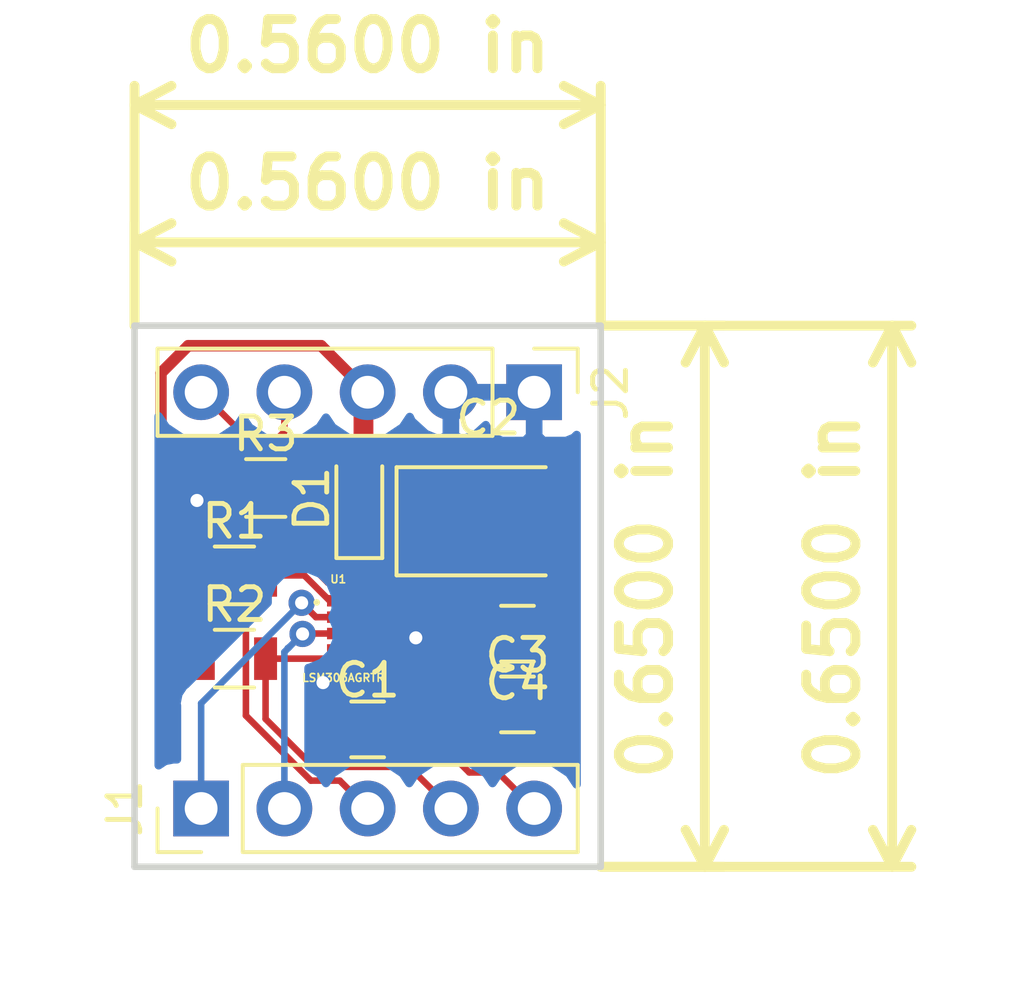
<source format=kicad_pcb>
(kicad_pcb (version 20171130) (host pcbnew "(5.0.0-rc2-dev-329-gd1ab62fb4)")

  (general
    (thickness 1.6)
    (drawings 8)
    (tracks 106)
    (zones 0)
    (modules 11)
    (nets 12)
  )

  (page A4)
  (layers
    (0 F.Cu signal)
    (31 B.Cu signal)
    (32 B.Adhes user)
    (33 F.Adhes user)
    (34 B.Paste user)
    (35 F.Paste user)
    (36 B.SilkS user)
    (37 F.SilkS user)
    (38 B.Mask user)
    (39 F.Mask user)
    (40 Dwgs.User user)
    (41 Cmts.User user)
    (42 Eco1.User user)
    (43 Eco2.User user)
    (44 Edge.Cuts user)
    (45 Margin user)
    (46 B.CrtYd user)
    (47 F.CrtYd user)
    (48 B.Fab user)
    (49 F.Fab user)
  )

  (setup
    (last_trace_width 0.2)
    (trace_clearance 0.15)
    (zone_clearance 0.508)
    (zone_45_only no)
    (trace_min 0.2)
    (segment_width 0.2)
    (edge_width 0.15)
    (via_size 0.8)
    (via_drill 0.4)
    (via_min_size 0.4)
    (via_min_drill 0.3)
    (uvia_size 0.3)
    (uvia_drill 0.1)
    (uvias_allowed no)
    (uvia_min_size 0.2)
    (uvia_min_drill 0.1)
    (pcb_text_width 0.3)
    (pcb_text_size 1.5 1.5)
    (mod_edge_width 0.15)
    (mod_text_size 1 1)
    (mod_text_width 0.15)
    (pad_size 1.524 1.524)
    (pad_drill 0.762)
    (pad_to_mask_clearance 0.2)
    (aux_axis_origin 0 0)
    (visible_elements FFFFFF7F)
    (pcbplotparams
      (layerselection 0x010fc_ffffffff)
      (usegerberextensions false)
      (usegerberattributes false)
      (usegerberadvancedattributes false)
      (creategerberjobfile false)
      (excludeedgelayer true)
      (linewidth 0.100000)
      (plotframeref false)
      (viasonmask false)
      (mode 1)
      (useauxorigin false)
      (hpglpennumber 1)
      (hpglpenspeed 20)
      (hpglpendiameter 15)
      (psnegative false)
      (psa4output false)
      (plotreference true)
      (plotvalue true)
      (plotinvisibletext false)
      (padsonsilk false)
      (subtractmaskfromsilk false)
      (outputformat 1)
      (mirror false)
      (drillshape 1)
      (scaleselection 1)
      (outputdirectory ""))
  )

  (net 0 "")
  (net 1 "Net-(C1-Pad2)")
  (net 2 GND)
  (net 3 +3V3)
  (net 4 "Net-(D1-Pad1)")
  (net 5 SDA)
  (net 6 CS_XL)
  (net 7 CS_MAG)
  (net 8 INT_MAG)
  (net 9 INT_1_XL)
  (net 10 INT_2_XL)
  (net 11 SCL)

  (net_class Default "This is the default net class."
    (clearance 0.15)
    (trace_width 0.2)
    (via_dia 0.8)
    (via_drill 0.4)
    (uvia_dia 0.3)
    (uvia_drill 0.1)
    (add_net CS_MAG)
    (add_net CS_XL)
    (add_net GND)
    (add_net INT_1_XL)
    (add_net INT_2_XL)
    (add_net INT_MAG)
    (add_net "Net-(C1-Pad2)")
    (add_net "Net-(D1-Pad1)")
    (add_net SCL)
    (add_net SDA)
  )

  (net_class VCC ""
    (clearance 0.2)
    (trace_width 0.35)
    (via_dia 0.8)
    (via_drill 0.4)
    (uvia_dia 0.3)
    (uvia_drill 0.1)
    (add_net +3V3)
  )

  (module Capacitors_SMD:C_0805 (layer F.Cu) (tedit 58AA8463) (tstamp 5AD78B17)
    (at 144.78 94.107)
    (descr "Capacitor SMD 0805, reflow soldering, AVX (see smccp.pdf)")
    (tags "capacitor 0805")
    (path /5ABD6146)
    (attr smd)
    (fp_text reference C1 (at 0 -1.5) (layer F.SilkS)
      (effects (font (size 1 1) (thickness 0.15)))
    )
    (fp_text value 220nF (at 0 1.75) (layer F.Fab)
      (effects (font (size 1 1) (thickness 0.15)))
    )
    (fp_line (start 1.75 0.87) (end -1.75 0.87) (layer F.CrtYd) (width 0.05))
    (fp_line (start 1.75 0.87) (end 1.75 -0.88) (layer F.CrtYd) (width 0.05))
    (fp_line (start -1.75 -0.88) (end -1.75 0.87) (layer F.CrtYd) (width 0.05))
    (fp_line (start -1.75 -0.88) (end 1.75 -0.88) (layer F.CrtYd) (width 0.05))
    (fp_line (start -0.5 0.85) (end 0.5 0.85) (layer F.SilkS) (width 0.12))
    (fp_line (start 0.5 -0.85) (end -0.5 -0.85) (layer F.SilkS) (width 0.12))
    (fp_line (start -1 -0.62) (end 1 -0.62) (layer F.Fab) (width 0.1))
    (fp_line (start 1 -0.62) (end 1 0.62) (layer F.Fab) (width 0.1))
    (fp_line (start 1 0.62) (end -1 0.62) (layer F.Fab) (width 0.1))
    (fp_line (start -1 0.62) (end -1 -0.62) (layer F.Fab) (width 0.1))
    (fp_text user %R (at 0 -1.5) (layer F.Fab)
      (effects (font (size 1 1) (thickness 0.15)))
    )
    (pad 2 smd rect (at 1 0) (size 1 1.25) (layers F.Cu F.Paste F.Mask)
      (net 1 "Net-(C1-Pad2)"))
    (pad 1 smd rect (at -1 0) (size 1 1.25) (layers F.Cu F.Paste F.Mask)
      (net 2 GND))
    (model Capacitors_SMD.3dshapes/C_0805.wrl
      (at (xyz 0 0 0))
      (scale (xyz 1 1 1))
      (rotate (xyz 0 0 0))
    )
  )

  (module Capacitors_SMD:C_0805 (layer F.Cu) (tedit 58AA8463) (tstamp 5AD75524)
    (at 149.352 93.345)
    (descr "Capacitor SMD 0805, reflow soldering, AVX (see smccp.pdf)")
    (tags "capacitor 0805")
    (path /5ABD584B)
    (attr smd)
    (fp_text reference C3 (at 0 -1.5) (layer F.SilkS)
      (effects (font (size 1 1) (thickness 0.15)))
    )
    (fp_text value 100nF (at 0 1.75) (layer F.Fab)
      (effects (font (size 1 1) (thickness 0.15)))
    )
    (fp_line (start 1.75 0.87) (end -1.75 0.87) (layer F.CrtYd) (width 0.05))
    (fp_line (start 1.75 0.87) (end 1.75 -0.88) (layer F.CrtYd) (width 0.05))
    (fp_line (start -1.75 -0.88) (end -1.75 0.87) (layer F.CrtYd) (width 0.05))
    (fp_line (start -1.75 -0.88) (end 1.75 -0.88) (layer F.CrtYd) (width 0.05))
    (fp_line (start -0.5 0.85) (end 0.5 0.85) (layer F.SilkS) (width 0.12))
    (fp_line (start 0.5 -0.85) (end -0.5 -0.85) (layer F.SilkS) (width 0.12))
    (fp_line (start -1 -0.62) (end 1 -0.62) (layer F.Fab) (width 0.1))
    (fp_line (start 1 -0.62) (end 1 0.62) (layer F.Fab) (width 0.1))
    (fp_line (start 1 0.62) (end -1 0.62) (layer F.Fab) (width 0.1))
    (fp_line (start -1 0.62) (end -1 -0.62) (layer F.Fab) (width 0.1))
    (fp_text user %R (at 0 -1.5) (layer F.Fab)
      (effects (font (size 1 1) (thickness 0.15)))
    )
    (pad 2 smd rect (at 1 0) (size 1 1.25) (layers F.Cu F.Paste F.Mask)
      (net 2 GND))
    (pad 1 smd rect (at -1 0) (size 1 1.25) (layers F.Cu F.Paste F.Mask)
      (net 3 +3V3))
    (model Capacitors_SMD.3dshapes/C_0805.wrl
      (at (xyz 0 0 0))
      (scale (xyz 1 1 1))
      (rotate (xyz 0 0 0))
    )
  )

  (module Capacitors_SMD:C_0805 (layer F.Cu) (tedit 58AA8463) (tstamp 5AD77096)
    (at 149.352 91.186 180)
    (descr "Capacitor SMD 0805, reflow soldering, AVX (see smccp.pdf)")
    (tags "capacitor 0805")
    (path /5ABD5A6E)
    (attr smd)
    (fp_text reference C4 (at 0 -1.5 180) (layer F.SilkS)
      (effects (font (size 1 1) (thickness 0.15)))
    )
    (fp_text value 100nF (at 0 1.75 180) (layer F.Fab)
      (effects (font (size 1 1) (thickness 0.15)))
    )
    (fp_text user %R (at 0 -1.5 180) (layer F.Fab)
      (effects (font (size 1 1) (thickness 0.15)))
    )
    (fp_line (start -1 0.62) (end -1 -0.62) (layer F.Fab) (width 0.1))
    (fp_line (start 1 0.62) (end -1 0.62) (layer F.Fab) (width 0.1))
    (fp_line (start 1 -0.62) (end 1 0.62) (layer F.Fab) (width 0.1))
    (fp_line (start -1 -0.62) (end 1 -0.62) (layer F.Fab) (width 0.1))
    (fp_line (start 0.5 -0.85) (end -0.5 -0.85) (layer F.SilkS) (width 0.12))
    (fp_line (start -0.5 0.85) (end 0.5 0.85) (layer F.SilkS) (width 0.12))
    (fp_line (start -1.75 -0.88) (end 1.75 -0.88) (layer F.CrtYd) (width 0.05))
    (fp_line (start -1.75 -0.88) (end -1.75 0.87) (layer F.CrtYd) (width 0.05))
    (fp_line (start 1.75 0.87) (end 1.75 -0.88) (layer F.CrtYd) (width 0.05))
    (fp_line (start 1.75 0.87) (end -1.75 0.87) (layer F.CrtYd) (width 0.05))
    (pad 1 smd rect (at -1 0 180) (size 1 1.25) (layers F.Cu F.Paste F.Mask)
      (net 2 GND))
    (pad 2 smd rect (at 1 0 180) (size 1 1.25) (layers F.Cu F.Paste F.Mask)
      (net 3 +3V3))
    (model Capacitors_SMD.3dshapes/C_0805.wrl
      (at (xyz 0 0 0))
      (scale (xyz 1 1 1))
      (rotate (xyz 0 0 0))
    )
  )

  (module Resistors_SMD:R_0805 (layer F.Cu) (tedit 5ABD5E64) (tstamp 5AD77BCA)
    (at 140.716 89.408)
    (descr "Resistor SMD 0805, reflow soldering, Vishay (see dcrcw.pdf)")
    (tags "resistor 0805")
    (path /5ABD98F4)
    (attr smd)
    (fp_text reference R1 (at 0 -1.65) (layer F.SilkS)
      (effects (font (size 1 1) (thickness 0.15)))
    )
    (fp_text value 10K (at 0 1.75) (layer F.Fab)
      (effects (font (size 1 1) (thickness 0.15)))
    )
    (fp_text user %R (at 0 0) (layer F.Fab)
      (effects (font (size 0.5 0.5) (thickness 0.075)))
    )
    (fp_line (start -1 0.62) (end -1 -0.62) (layer F.Fab) (width 0.1))
    (fp_line (start 1 0.62) (end -1 0.62) (layer F.Fab) (width 0.1))
    (fp_line (start 1 -0.62) (end 1 0.62) (layer F.Fab) (width 0.1))
    (fp_line (start -1 -0.62) (end 1 -0.62) (layer F.Fab) (width 0.1))
    (fp_line (start 0.6 0.88) (end -0.6 0.88) (layer F.SilkS) (width 0.12))
    (fp_line (start -0.6 -0.88) (end 0.6 -0.88) (layer F.SilkS) (width 0.12))
    (fp_line (start -1.55 -0.9) (end 1.55 -0.9) (layer F.CrtYd) (width 0.05))
    (fp_line (start -1.55 -0.9) (end -1.55 0.9) (layer F.CrtYd) (width 0.05))
    (fp_line (start 1.55 0.9) (end 1.55 -0.9) (layer F.CrtYd) (width 0.05))
    (fp_line (start 1.55 0.9) (end -1.55 0.9) (layer F.CrtYd) (width 0.05))
    (pad 1 smd rect (at -0.95 0) (size 0.7 1.3) (layers F.Cu F.Paste F.Mask)
      (net 3 +3V3))
    (pad 2 smd rect (at 0.95 0) (size 0.7 1.3) (layers F.Cu F.Paste F.Mask)
      (net 11 SCL))
    (model ${KISYS3DMOD}/Resistors_SMD.3dshapes/R_0805.wrl
      (at (xyz 0 0 0))
      (scale (xyz 1 1 1))
      (rotate (xyz 0 0 0))
    )
  )

  (module Resistors_SMD:R_0805 (layer F.Cu) (tedit 58E0A804) (tstamp 5AD77D6C)
    (at 140.716 91.948)
    (descr "Resistor SMD 0805, reflow soldering, Vishay (see dcrcw.pdf)")
    (tags "resistor 0805")
    (path /5ABD993B)
    (attr smd)
    (fp_text reference R2 (at 0 -1.65) (layer F.SilkS)
      (effects (font (size 1 1) (thickness 0.15)))
    )
    (fp_text value 10K (at 0 1.75) (layer F.Fab)
      (effects (font (size 1 1) (thickness 0.15)))
    )
    (fp_line (start 1.55 0.9) (end -1.55 0.9) (layer F.CrtYd) (width 0.05))
    (fp_line (start 1.55 0.9) (end 1.55 -0.9) (layer F.CrtYd) (width 0.05))
    (fp_line (start -1.55 -0.9) (end -1.55 0.9) (layer F.CrtYd) (width 0.05))
    (fp_line (start -1.55 -0.9) (end 1.55 -0.9) (layer F.CrtYd) (width 0.05))
    (fp_line (start -0.6 -0.88) (end 0.6 -0.88) (layer F.SilkS) (width 0.12))
    (fp_line (start 0.6 0.88) (end -0.6 0.88) (layer F.SilkS) (width 0.12))
    (fp_line (start -1 -0.62) (end 1 -0.62) (layer F.Fab) (width 0.1))
    (fp_line (start 1 -0.62) (end 1 0.62) (layer F.Fab) (width 0.1))
    (fp_line (start 1 0.62) (end -1 0.62) (layer F.Fab) (width 0.1))
    (fp_line (start -1 0.62) (end -1 -0.62) (layer F.Fab) (width 0.1))
    (fp_text user %R (at 0 0.5) (layer F.Fab)
      (effects (font (size 0.5 0.5) (thickness 0.075)))
    )
    (pad 2 smd rect (at 0.95 0) (size 0.7 1.3) (layers F.Cu F.Paste F.Mask)
      (net 5 SDA))
    (pad 1 smd rect (at -0.95 0) (size 0.7 1.3) (layers F.Cu F.Paste F.Mask)
      (net 3 +3V3))
    (model ${KISYS3DMOD}/Resistors_SMD.3dshapes/R_0805.wrl
      (at (xyz 0 0 0))
      (scale (xyz 1 1 1))
      (rotate (xyz 0 0 0))
    )
  )

  (module Resistors_SMD:R_0805 (layer F.Cu) (tedit 58E0A804) (tstamp 5AD75596)
    (at 141.671 86.741)
    (descr "Resistor SMD 0805, reflow soldering, Vishay (see dcrcw.pdf)")
    (tags "resistor 0805")
    (path /5ABD39DF)
    (attr smd)
    (fp_text reference R3 (at 0 -1.65) (layer F.SilkS)
      (effects (font (size 1 1) (thickness 0.15)))
    )
    (fp_text value 10K (at 0 1.75) (layer F.Fab)
      (effects (font (size 1 1) (thickness 0.15)))
    )
    (fp_line (start 1.55 0.9) (end -1.55 0.9) (layer F.CrtYd) (width 0.05))
    (fp_line (start 1.55 0.9) (end 1.55 -0.9) (layer F.CrtYd) (width 0.05))
    (fp_line (start -1.55 -0.9) (end -1.55 0.9) (layer F.CrtYd) (width 0.05))
    (fp_line (start -1.55 -0.9) (end 1.55 -0.9) (layer F.CrtYd) (width 0.05))
    (fp_line (start -0.6 -0.88) (end 0.6 -0.88) (layer F.SilkS) (width 0.12))
    (fp_line (start 0.6 0.88) (end -0.6 0.88) (layer F.SilkS) (width 0.12))
    (fp_line (start -1 -0.62) (end 1 -0.62) (layer F.Fab) (width 0.1))
    (fp_line (start 1 -0.62) (end 1 0.62) (layer F.Fab) (width 0.1))
    (fp_line (start 1 0.62) (end -1 0.62) (layer F.Fab) (width 0.1))
    (fp_line (start -1 0.62) (end -1 -0.62) (layer F.Fab) (width 0.1))
    (fp_text user %R (at 0 0) (layer F.Fab)
      (effects (font (size 0.5 0.5) (thickness 0.075)))
    )
    (pad 2 smd rect (at 0.95 0) (size 0.7 1.3) (layers F.Cu F.Paste F.Mask)
      (net 4 "Net-(D1-Pad1)"))
    (pad 1 smd rect (at -0.95 0) (size 0.7 1.3) (layers F.Cu F.Paste F.Mask)
      (net 2 GND))
    (model ${KISYS3DMOD}/Resistors_SMD.3dshapes/R_0805.wrl
      (at (xyz 0 0 0))
      (scale (xyz 1 1 1))
      (rotate (xyz 0 0 0))
    )
  )

  (module LSM303AGRTR:LGA12R50P_200X200X100 (layer F.Cu) (tedit 0) (tstamp 5AD789C5)
    (at 144.526 90.932)
    (path /5ABD2D74)
    (attr smd)
    (fp_text reference U1 (at -0.642587 -1.40718) (layer F.SilkS)
      (effects (font (size 0.240817 0.240817) (thickness 0.05)))
    )
    (fp_text value LSM303AGRTR (at -0.48927 1.60177) (layer F.SilkS)
      (effects (font (size 0.240628 0.240628) (thickness 0.05)))
    )
    (fp_line (start -1 -1) (end 1 -1) (layer Dwgs.User) (width 0.127))
    (fp_line (start 1 1) (end -1 1) (layer Dwgs.User) (width 0.127))
    (fp_line (start -1 1) (end -1 -1) (layer Dwgs.User) (width 0.127))
    (fp_line (start -1.275 -1.275) (end 1.275 -1.275) (layer Dwgs.User) (width 0.05))
    (fp_line (start 1.275 -1.275) (end 1.275 1.275) (layer Dwgs.User) (width 0.05))
    (fp_line (start 1.275 1.275) (end -1.275 1.275) (layer Dwgs.User) (width 0.05))
    (fp_line (start -1.275 1.275) (end -1.275 -1.275) (layer Dwgs.User) (width 0.05))
    (fp_line (start 1 1) (end 1 -1) (layer Dwgs.User) (width 0.127))
    (fp_circle (center -1.3 -0.7) (end -1.2 -0.7) (layer F.SilkS) (width 0))
    (fp_poly (pts (xy -1.02275 -0.96) (xy -0.5 -0.96) (xy -0.5 -0.541457) (xy -1.02275 -0.541457)) (layer F.Mask) (width 0.381))
    (fp_poly (pts (xy -1.02414 -0.46) (xy -0.5 -0.46) (xy -0.5 -0.040162) (xy -1.02414 -0.040162)) (layer F.Mask) (width 0.381))
    (fp_poly (pts (xy -1.02339 0.04) (xy -0.5 0.04) (xy -0.5 0.461529) (xy -1.02339 0.461529)) (layer F.Mask) (width 0.381))
    (fp_poly (pts (xy -1.02374 0.54) (xy -0.5 0.54) (xy -0.5 0.96351) (xy -1.02374 0.96351)) (layer F.Mask) (width 0.381))
    (fp_poly (pts (xy 0.507071 -0.96) (xy 1.025 -0.96) (xy 1.025 -0.542215) (xy 0.507071 -0.542215)) (layer F.Mask) (width 0.381))
    (fp_poly (pts (xy 0.506136 -0.46) (xy 1.025 -0.46) (xy 1.025 -0.04009) (xy 0.506136 -0.04009)) (layer F.Mask) (width 0.381))
    (fp_poly (pts (xy 0.505426 0.04) (xy 1.025 0.04) (xy 1.025 0.460387) (xy 0.505426 0.460387)) (layer F.Mask) (width 0.381))
    (fp_poly (pts (xy 0.507252 0.54) (xy 1.025 0.54) (xy 1.025 0.964283) (xy 0.507252 0.964283)) (layer F.Mask) (width 0.381))
    (fp_poly (pts (xy -0.460883 -1.02) (xy -0.04 -1.02) (xy -0.04 -0.50096) (xy -0.460883 -0.50096)) (layer F.Mask) (width 0.381))
    (fp_poly (pts (xy 0.040066 -1.02) (xy 0.46 -1.02) (xy 0.46 -0.500827) (xy 0.040066 -0.500827)) (layer F.Mask) (width 0.381))
    (fp_poly (pts (xy -0.461097 0.5) (xy -0.04 0.5) (xy -0.04 1.02243) (xy -0.461097 1.02243)) (layer F.Mask) (width 0.381))
    (fp_poly (pts (xy 0.040145 0.5) (xy 0.46 0.5) (xy 0.46 1.02371) (xy 0.040145 1.02371)) (layer F.Mask) (width 0.381))
    (pad 1 smd rect (at -0.76 -0.75) (size 0.45 0.35) (layers F.Cu F.Paste F.Mask)
      (net 11 SCL))
    (pad 2 smd rect (at -0.76 -0.25) (size 0.45 0.35) (layers F.Cu F.Paste F.Mask)
      (net 6 CS_XL))
    (pad 3 smd rect (at -0.76 0.25) (size 0.45 0.35) (layers F.Cu F.Paste F.Mask)
      (net 7 CS_MAG))
    (pad 4 smd rect (at -0.76 0.75) (size 0.45 0.35) (layers F.Cu F.Paste F.Mask)
      (net 5 SDA))
    (pad 5 smd rect (at -0.25 0.76 90) (size 0.45 0.35) (layers F.Cu F.Paste F.Mask)
      (net 1 "Net-(C1-Pad2)"))
    (pad 6 smd rect (at 0.25 0.76 90) (size 0.45 0.35) (layers F.Cu F.Paste F.Mask)
      (net 2 GND))
    (pad 7 smd rect (at 0.76 0.75) (size 0.45 0.35) (layers F.Cu F.Paste F.Mask)
      (net 8 INT_MAG))
    (pad 8 smd rect (at 0.76 0.25) (size 0.45 0.35) (layers F.Cu F.Paste F.Mask)
      (net 2 GND))
    (pad 9 smd rect (at 0.76 -0.25) (size 0.45 0.35) (layers F.Cu F.Paste F.Mask)
      (net 3 +3V3))
    (pad 10 smd rect (at 0.76 -0.75) (size 0.45 0.35) (layers F.Cu F.Paste F.Mask)
      (net 3 +3V3))
    (pad 11 smd rect (at 0.25 -0.76 90) (size 0.45 0.35) (layers F.Cu F.Paste F.Mask)
      (net 10 INT_2_XL))
    (pad 12 smd rect (at -0.25 -0.76 90) (size 0.45 0.35) (layers F.Cu F.Paste F.Mask)
      (net 9 INT_1_XL))
  )

  (module Pin_Headers:Pin_Header_Straight_1x05_Pitch2.54mm (layer F.Cu) (tedit 59650532) (tstamp 5AD76A1F)
    (at 139.7 96.52 90)
    (descr "Through hole straight pin header, 1x05, 2.54mm pitch, single row")
    (tags "Through hole pin header THT 1x05 2.54mm single row")
    (path /5ABE3C40)
    (fp_text reference J1 (at 0 -2.33 90) (layer F.SilkS)
      (effects (font (size 1 1) (thickness 0.15)))
    )
    (fp_text value Conn_01x05 (at 0 12.49 90) (layer F.Fab)
      (effects (font (size 1 1) (thickness 0.15)))
    )
    (fp_line (start -0.635 -1.27) (end 1.27 -1.27) (layer F.Fab) (width 0.1))
    (fp_line (start 1.27 -1.27) (end 1.27 11.43) (layer F.Fab) (width 0.1))
    (fp_line (start 1.27 11.43) (end -1.27 11.43) (layer F.Fab) (width 0.1))
    (fp_line (start -1.27 11.43) (end -1.27 -0.635) (layer F.Fab) (width 0.1))
    (fp_line (start -1.27 -0.635) (end -0.635 -1.27) (layer F.Fab) (width 0.1))
    (fp_line (start -1.33 11.49) (end 1.33 11.49) (layer F.SilkS) (width 0.12))
    (fp_line (start -1.33 1.27) (end -1.33 11.49) (layer F.SilkS) (width 0.12))
    (fp_line (start 1.33 1.27) (end 1.33 11.49) (layer F.SilkS) (width 0.12))
    (fp_line (start -1.33 1.27) (end 1.33 1.27) (layer F.SilkS) (width 0.12))
    (fp_line (start -1.33 0) (end -1.33 -1.33) (layer F.SilkS) (width 0.12))
    (fp_line (start -1.33 -1.33) (end 0 -1.33) (layer F.SilkS) (width 0.12))
    (fp_line (start -1.8 -1.8) (end -1.8 11.95) (layer F.CrtYd) (width 0.05))
    (fp_line (start -1.8 11.95) (end 1.8 11.95) (layer F.CrtYd) (width 0.05))
    (fp_line (start 1.8 11.95) (end 1.8 -1.8) (layer F.CrtYd) (width 0.05))
    (fp_line (start 1.8 -1.8) (end -1.8 -1.8) (layer F.CrtYd) (width 0.05))
    (fp_text user %R (at 0 5.08 180) (layer F.Fab)
      (effects (font (size 1 1) (thickness 0.15)))
    )
    (pad 1 thru_hole rect (at 0 0 90) (size 1.7 1.7) (drill 1) (layers *.Cu *.Mask)
      (net 6 CS_XL))
    (pad 2 thru_hole oval (at 0 2.54 90) (size 1.7 1.7) (drill 1) (layers *.Cu *.Mask)
      (net 7 CS_MAG))
    (pad 3 thru_hole oval (at 0 5.08 90) (size 1.7 1.7) (drill 1) (layers *.Cu *.Mask)
      (net 11 SCL))
    (pad 4 thru_hole oval (at 0 7.62 90) (size 1.7 1.7) (drill 1) (layers *.Cu *.Mask)
      (net 5 SDA))
    (pad 5 thru_hole oval (at 0 10.16 90) (size 1.7 1.7) (drill 1) (layers *.Cu *.Mask)
      (net 8 INT_MAG))
    (model ${KISYS3DMOD}/Pin_Headers.3dshapes/Pin_Header_Straight_1x05_Pitch2.54mm.wrl
      (at (xyz 0 0 0))
      (scale (xyz 1 1 1))
      (rotate (xyz 0 0 0))
    )
  )

  (module Pin_Headers:Pin_Header_Straight_1x05_Pitch2.54mm (layer F.Cu) (tedit 59650532) (tstamp 5AD7857B)
    (at 149.86 83.82 270)
    (descr "Through hole straight pin header, 1x05, 2.54mm pitch, single row")
    (tags "Through hole pin header THT 1x05 2.54mm single row")
    (path /5ABE2E2C)
    (fp_text reference J2 (at 0 -2.33 270) (layer F.SilkS)
      (effects (font (size 1 1) (thickness 0.15)))
    )
    (fp_text value Conn_01x05 (at 0 12.49 270) (layer F.Fab)
      (effects (font (size 1 1) (thickness 0.15)))
    )
    (fp_text user %R (at 0 5.08) (layer F.Fab)
      (effects (font (size 1 1) (thickness 0.15)))
    )
    (fp_line (start 1.8 -1.8) (end -1.8 -1.8) (layer F.CrtYd) (width 0.05))
    (fp_line (start 1.8 11.95) (end 1.8 -1.8) (layer F.CrtYd) (width 0.05))
    (fp_line (start -1.8 11.95) (end 1.8 11.95) (layer F.CrtYd) (width 0.05))
    (fp_line (start -1.8 -1.8) (end -1.8 11.95) (layer F.CrtYd) (width 0.05))
    (fp_line (start -1.33 -1.33) (end 0 -1.33) (layer F.SilkS) (width 0.12))
    (fp_line (start -1.33 0) (end -1.33 -1.33) (layer F.SilkS) (width 0.12))
    (fp_line (start -1.33 1.27) (end 1.33 1.27) (layer F.SilkS) (width 0.12))
    (fp_line (start 1.33 1.27) (end 1.33 11.49) (layer F.SilkS) (width 0.12))
    (fp_line (start -1.33 1.27) (end -1.33 11.49) (layer F.SilkS) (width 0.12))
    (fp_line (start -1.33 11.49) (end 1.33 11.49) (layer F.SilkS) (width 0.12))
    (fp_line (start -1.27 -0.635) (end -0.635 -1.27) (layer F.Fab) (width 0.1))
    (fp_line (start -1.27 11.43) (end -1.27 -0.635) (layer F.Fab) (width 0.1))
    (fp_line (start 1.27 11.43) (end -1.27 11.43) (layer F.Fab) (width 0.1))
    (fp_line (start 1.27 -1.27) (end 1.27 11.43) (layer F.Fab) (width 0.1))
    (fp_line (start -0.635 -1.27) (end 1.27 -1.27) (layer F.Fab) (width 0.1))
    (pad 5 thru_hole oval (at 0 10.16 270) (size 1.7 1.7) (drill 1) (layers *.Cu *.Mask)
      (net 9 INT_1_XL))
    (pad 4 thru_hole oval (at 0 7.62 270) (size 1.7 1.7) (drill 1) (layers *.Cu *.Mask)
      (net 10 INT_2_XL))
    (pad 3 thru_hole oval (at 0 5.08 270) (size 1.7 1.7) (drill 1) (layers *.Cu *.Mask)
      (net 3 +3V3))
    (pad 2 thru_hole oval (at 0 2.54 270) (size 1.7 1.7) (drill 1) (layers *.Cu *.Mask)
      (net 2 GND))
    (pad 1 thru_hole rect (at 0 0 270) (size 1.7 1.7) (drill 1) (layers *.Cu *.Mask)
      (net 2 GND))
    (model ${KISYS3DMOD}/Pin_Headers.3dshapes/Pin_Header_Straight_1x05_Pitch2.54mm.wrl
      (at (xyz 0 0 0))
      (scale (xyz 1 1 1))
      (rotate (xyz 0 0 0))
    )
  )

  (module LEDs:LED_0805 (layer F.Cu) (tedit 59959803) (tstamp 5AC748D0)
    (at 144.526 87.079 90)
    (descr "LED 0805 smd package")
    (tags "LED led 0805 SMD smd SMT smt smdled SMDLED smtled SMTLED")
    (path /5ABD3A97)
    (attr smd)
    (fp_text reference D1 (at 0 -1.45 90) (layer F.SilkS)
      (effects (font (size 1 1) (thickness 0.15)))
    )
    (fp_text value LED (at 0 1.55 90) (layer F.Fab)
      (effects (font (size 1 1) (thickness 0.15)))
    )
    (fp_text user %R (at 0 -1.25 90) (layer F.Fab)
      (effects (font (size 0.4 0.4) (thickness 0.1)))
    )
    (fp_line (start -1.95 -0.85) (end 1.95 -0.85) (layer F.CrtYd) (width 0.05))
    (fp_line (start -1.95 0.85) (end -1.95 -0.85) (layer F.CrtYd) (width 0.05))
    (fp_line (start 1.95 0.85) (end -1.95 0.85) (layer F.CrtYd) (width 0.05))
    (fp_line (start 1.95 -0.85) (end 1.95 0.85) (layer F.CrtYd) (width 0.05))
    (fp_line (start -1.8 -0.7) (end 1 -0.7) (layer F.SilkS) (width 0.12))
    (fp_line (start -1.8 0.7) (end 1 0.7) (layer F.SilkS) (width 0.12))
    (fp_line (start -1 0.6) (end -1 -0.6) (layer F.Fab) (width 0.1))
    (fp_line (start -1 -0.6) (end 1 -0.6) (layer F.Fab) (width 0.1))
    (fp_line (start 1 -0.6) (end 1 0.6) (layer F.Fab) (width 0.1))
    (fp_line (start 1 0.6) (end -1 0.6) (layer F.Fab) (width 0.1))
    (fp_line (start 0.2 -0.4) (end 0.2 0.4) (layer F.Fab) (width 0.1))
    (fp_line (start 0.2 0.4) (end -0.4 0) (layer F.Fab) (width 0.1))
    (fp_line (start -0.4 0) (end 0.2 -0.4) (layer F.Fab) (width 0.1))
    (fp_line (start -0.4 -0.4) (end -0.4 0.4) (layer F.Fab) (width 0.1))
    (fp_line (start -1.8 -0.7) (end -1.8 0.7) (layer F.SilkS) (width 0.12))
    (pad 1 smd rect (at -1.1 0 270) (size 1.2 1.2) (layers F.Cu F.Paste F.Mask)
      (net 4 "Net-(D1-Pad1)"))
    (pad 2 smd rect (at 1.1 0 270) (size 1.2 1.2) (layers F.Cu F.Paste F.Mask)
      (net 3 +3V3))
    (model ${KISYS3DMOD}/LEDs.3dshapes/LED_0805.wrl
      (at (xyz 0 0 0))
      (scale (xyz 1 1 1))
      (rotate (xyz 0 0 180))
    )
  )

  (module Capacitors_Tantalum_SMD:CP_Tantalum_Case-T_EIA-3528-12_Reflow (layer F.Cu) (tedit 58CC8C08) (tstamp 5AC74C99)
    (at 148.462 87.757)
    (descr "Tantalum capacitor, Case T, EIA 3528-12, 3.5x2.8x1.2mm, Reflow soldering footprint")
    (tags "capacitor tantalum smd")
    (path /5ABDA2F5)
    (attr smd)
    (fp_text reference C2 (at 0 -3.15) (layer F.SilkS)
      (effects (font (size 1 1) (thickness 0.15)))
    )
    (fp_text value 10uF (at 0 3.15) (layer F.Fab)
      (effects (font (size 1 1) (thickness 0.15)))
    )
    (fp_line (start -2.8 -1.65) (end -2.8 1.65) (layer F.SilkS) (width 0.12))
    (fp_line (start -2.8 1.65) (end 1.75 1.65) (layer F.SilkS) (width 0.12))
    (fp_line (start -2.8 -1.65) (end 1.75 -1.65) (layer F.SilkS) (width 0.12))
    (fp_line (start -1.225 -1.4) (end -1.225 1.4) (layer F.Fab) (width 0.1))
    (fp_line (start -1.4 -1.4) (end -1.4 1.4) (layer F.Fab) (width 0.1))
    (fp_line (start 1.75 -1.4) (end -1.75 -1.4) (layer F.Fab) (width 0.1))
    (fp_line (start 1.75 1.4) (end 1.75 -1.4) (layer F.Fab) (width 0.1))
    (fp_line (start -1.75 1.4) (end 1.75 1.4) (layer F.Fab) (width 0.1))
    (fp_line (start -1.75 -1.4) (end -1.75 1.4) (layer F.Fab) (width 0.1))
    (fp_line (start 2.85 -1.75) (end -2.85 -1.75) (layer F.CrtYd) (width 0.05))
    (fp_line (start 2.85 1.75) (end 2.85 -1.75) (layer F.CrtYd) (width 0.05))
    (fp_line (start -2.85 1.75) (end 2.85 1.75) (layer F.CrtYd) (width 0.05))
    (fp_line (start -2.85 -1.75) (end -2.85 1.75) (layer F.CrtYd) (width 0.05))
    (fp_text user %R (at 0 0) (layer F.Fab)
      (effects (font (size 0.8 0.8) (thickness 0.12)))
    )
    (pad 2 smd rect (at 1.525 0) (size 1.95 2.5) (layers F.Cu F.Paste F.Mask)
      (net 2 GND))
    (pad 1 smd rect (at -1.525 0) (size 1.95 2.5) (layers F.Cu F.Paste F.Mask)
      (net 3 +3V3))
    (model Capacitors_Tantalum_SMD.3dshapes/CP_Tantalum_Case-T_EIA-3528-12.wrl
      (at (xyz 0 0 0))
      (scale (xyz 1 1 1))
      (rotate (xyz 0 0 0))
    )
  )

  (dimension 16.51 (width 0.3) (layer F.SilkS)
    (gr_text "0.6500 in" (at 162.882 90.043 270) (layer F.SilkS)
      (effects (font (size 1.5 1.5) (thickness 0.3)))
    )
    (feature1 (pts (xy 151.892 98.298) (xy 161.368421 98.298)))
    (feature2 (pts (xy 151.892 81.788) (xy 161.368421 81.788)))
    (crossbar (pts (xy 160.782 81.788) (xy 160.782 98.298)))
    (arrow1a (pts (xy 160.782 98.298) (xy 160.195579 97.171496)))
    (arrow1b (pts (xy 160.782 98.298) (xy 161.368421 97.171496)))
    (arrow2a (pts (xy 160.782 81.788) (xy 160.195579 82.914504)))
    (arrow2b (pts (xy 160.782 81.788) (xy 161.368421 82.914504)))
  )
  (dimension 14.224 (width 0.3) (layer F.SilkS)
    (gr_text "0.5600 in" (at 144.78 72.957) (layer F.SilkS)
      (effects (font (size 1.5 1.5) (thickness 0.3)))
    )
    (feature1 (pts (xy 151.892 81.788) (xy 151.892 74.470579)))
    (feature2 (pts (xy 137.668 81.788) (xy 137.668 74.470579)))
    (crossbar (pts (xy 137.668 75.057) (xy 151.892 75.057)))
    (arrow1a (pts (xy 151.892 75.057) (xy 150.765496 75.643421)))
    (arrow1b (pts (xy 151.892 75.057) (xy 150.765496 74.470579)))
    (arrow2a (pts (xy 137.668 75.057) (xy 138.794504 75.643421)))
    (arrow2b (pts (xy 137.668 75.057) (xy 138.794504 74.470579)))
  )
  (dimension 14.224 (width 0.3) (layer F.SilkS)
    (gr_text "14.224 mm" (at 144.78 77.148) (layer F.SilkS)
      (effects (font (size 1.5 1.5) (thickness 0.3)))
    )
    (feature1 (pts (xy 137.668 81.788) (xy 137.668 78.661579)))
    (feature2 (pts (xy 151.892 81.788) (xy 151.892 78.661579)))
    (crossbar (pts (xy 151.892 79.248) (xy 137.668 79.248)))
    (arrow1a (pts (xy 137.668 79.248) (xy 138.794504 78.661579)))
    (arrow1b (pts (xy 137.668 79.248) (xy 138.794504 79.834421)))
    (arrow2a (pts (xy 151.892 79.248) (xy 150.765496 78.661579)))
    (arrow2b (pts (xy 151.892 79.248) (xy 150.765496 79.834421)))
  )
  (dimension 16.51 (width 0.3) (layer F.SilkS)
    (gr_text "16.510 mm" (at 157.167 90.043 270) (layer F.SilkS)
      (effects (font (size 1.5 1.5) (thickness 0.3)))
    )
    (feature1 (pts (xy 151.892 98.298) (xy 155.653421 98.298)))
    (feature2 (pts (xy 151.892 81.788) (xy 155.653421 81.788)))
    (crossbar (pts (xy 155.067 81.788) (xy 155.067 98.298)))
    (arrow1a (pts (xy 155.067 98.298) (xy 154.480579 97.171496)))
    (arrow1b (pts (xy 155.067 98.298) (xy 155.653421 97.171496)))
    (arrow2a (pts (xy 155.067 81.788) (xy 154.480579 82.914504)))
    (arrow2b (pts (xy 155.067 81.788) (xy 155.653421 82.914504)))
  )
  (gr_line (start 137.668 81.788) (end 151.892 81.788) (layer Edge.Cuts) (width 0.2))
  (gr_line (start 137.668 98.298) (end 137.668 81.788) (layer Edge.Cuts) (width 0.2))
  (gr_line (start 151.892 98.298) (end 137.668 98.298) (layer Edge.Cuts) (width 0.2))
  (gr_line (start 151.892 81.788) (end 151.892 98.298) (layer Edge.Cuts) (width 0.2) (tstamp 5AC750D8))

  (segment (start 145.78 94.107) (end 145.78 93.982) (width 0.2) (layer F.Cu) (net 1) (status 30))
  (segment (start 144.276 92.478) (end 144.276 91.692) (width 0.2) (layer F.Cu) (net 1) (status 20))
  (segment (start 145.78 93.982) (end 144.276 92.478) (width 0.2) (layer F.Cu) (net 1) (status 10))
  (segment (start 150.352 91.186) (end 150.352 93.345) (width 0.35) (layer F.Cu) (net 2))
  (segment (start 139.954 86.741) (end 139.573 87.122) (width 0.2) (layer F.Cu) (net 2))
  (segment (start 140.721 86.741) (end 139.954 86.741) (width 0.2) (layer F.Cu) (net 2) (status 10))
  (via (at 139.573 87.122) (size 0.8) (drill 0.4) (layers F.Cu B.Cu) (net 2))
  (segment (start 144.776 91.692) (end 144.776 91.267) (width 0.2) (layer F.Cu) (net 2) (status 10))
  (segment (start 144.861 91.182) (end 145.286 91.182) (width 0.2) (layer F.Cu) (net 2) (status 20))
  (segment (start 144.776 91.267) (end 144.861 91.182) (width 0.2) (layer F.Cu) (net 2))
  (segment (start 143.78 94.107) (end 143.78 93.04096) (width 0.2) (layer F.Cu) (net 2) (status 10))
  (segment (start 143.78 93.04096) (end 143.41856 92.67952) (width 0.2) (layer F.Cu) (net 2))
  (via (at 143.41856 92.67952) (size 0.8) (drill 0.4) (layers F.Cu B.Cu) (net 2))
  (via (at 146.249404 91.31301) (size 0.8) (drill 0.4) (layers F.Cu B.Cu) (net 2))
  (segment (start 145.286 91.182) (end 146.118394 91.182) (width 0.2) (layer F.Cu) (net 2) (status 10))
  (segment (start 146.118394 91.182) (end 146.249404 91.31301) (width 0.2) (layer F.Cu) (net 2))
  (segment (start 150.352 91.44) (end 150.352 88.9) (width 0.35) (layer F.Cu) (net 2) (status 30))
  (segment (start 149.9 86.6) (end 149.9 83.86) (width 0.35) (layer F.Cu) (net 2) (status 30))
  (segment (start 149.9 83.86) (end 149.86 83.82) (width 0.2) (layer F.Cu) (net 2) (status 30))
  (segment (start 150.352 88.9) (end 150.352 87.052) (width 0.35) (layer F.Cu) (net 2) (status 30))
  (segment (start 150.352 87.052) (end 149.9 86.6) (width 0.2) (layer F.Cu) (net 2) (status 30))
  (segment (start 150.352 91.44) (end 150.352 90.752) (width 0.2) (layer F.Cu) (net 2) (status 30))
  (segment (start 144.526 85.979) (end 144.526 84.074) (width 0.35) (layer F.Cu) (net 3))
  (segment (start 144.526 84.074) (end 144.78 83.82) (width 0.35) (layer F.Cu) (net 3))
  (segment (start 144.526 85.979) (end 145.159 85.979) (width 0.35) (layer F.Cu) (net 3))
  (segment (start 145.159 85.979) (end 146.937 87.757) (width 0.35) (layer F.Cu) (net 3))
  (segment (start 148.352 91.186) (end 148.352 93.345) (width 0.35) (layer F.Cu) (net 3))
  (segment (start 144.78 83.82) (end 144.78 85.725) (width 0.35) (layer F.Cu) (net 3) (status 30))
  (segment (start 144.78 85.725) (end 144.653 85.852) (width 0.35) (layer F.Cu) (net 3) (status 30))
  (segment (start 144.653 85.852) (end 145.032 85.852) (width 0.35) (layer F.Cu) (net 3) (status 30))
  (segment (start 145.032 85.852) (end 146.937 87.757) (width 0.35) (layer F.Cu) (net 3) (status 30))
  (segment (start 146.6 90.538) (end 145.642 90.538) (width 0.35) (layer F.Cu) (net 3))
  (segment (start 145.642 90.538) (end 145.326001 90.222001) (width 0.35) (layer F.Cu) (net 3) (status 20))
  (segment (start 145.642 90.538) (end 145.43 90.538) (width 0.35) (layer F.Cu) (net 3) (status 20))
  (segment (start 145.43 90.538) (end 145.336001 90.631999) (width 0.35) (layer F.Cu) (net 3) (status 30))
  (segment (start 147.502 91.44) (end 146.6 90.538) (width 0.35) (layer F.Cu) (net 3))
  (segment (start 148.352 91.44) (end 147.502 91.44) (width 0.35) (layer F.Cu) (net 3) (status 10))
  (segment (start 146.304 88.376) (end 147.828 88.376) (width 0.35) (layer F.Cu) (net 3) (status 30))
  (segment (start 147.828 88.376) (end 148.352 88.9) (width 0.35) (layer F.Cu) (net 3) (status 10))
  (segment (start 139.306998 82.4) (end 143.36 82.4) (width 0.35) (layer F.Cu) (net 3))
  (segment (start 143.36 82.4) (end 144.78 83.82) (width 0.35) (layer F.Cu) (net 3) (status 20))
  (segment (start 139.766 89.108) (end 138.474999 87.816999) (width 0.35) (layer F.Cu) (net 3) (status 10))
  (segment (start 139.766 89.408) (end 139.766 89.108) (width 0.35) (layer F.Cu) (net 3) (status 30))
  (segment (start 138.474999 87.816999) (end 138.474999 83.231999) (width 0.35) (layer F.Cu) (net 3))
  (segment (start 138.474999 83.231999) (end 139.306998 82.4) (width 0.35) (layer F.Cu) (net 3))
  (segment (start 139.766 91.948) (end 139.766 89.408) (width 0.35) (layer F.Cu) (net 3) (status 30))
  (segment (start 145.348 90.182) (end 145.326001 90.182) (width 0.35) (layer F.Cu) (net 3) (status 30))
  (segment (start 148.352 91.44) (end 148.352 88.9) (width 0.35) (layer F.Cu) (net 3) (status 10))
  (segment (start 145.286 90.682) (end 145.286 90.182) (width 0.2) (layer F.Cu) (net 3) (status 30))
  (segment (start 145.336 90.182) (end 145.286 90.182) (width 0.2) (layer F.Cu) (net 3) (status 30))
  (segment (start 144.526 88.179) (end 143.726 88.179) (width 0.2) (layer F.Cu) (net 4))
  (segment (start 143.726 88.179) (end 142.621 87.074) (width 0.2) (layer F.Cu) (net 4))
  (segment (start 142.621 87.074) (end 142.621 86.741) (width 0.2) (layer F.Cu) (net 4))
  (segment (start 144.653 88.052) (end 143.853 88.052) (width 0.2) (layer F.Cu) (net 4) (status 10))
  (segment (start 142.621 86.82) (end 142.621 86.741) (width 0.2) (layer F.Cu) (net 4) (status 30))
  (segment (start 143.853 88.052) (end 142.621 86.82) (width 0.2) (layer F.Cu) (net 4) (status 20))
  (segment (start 141.666 91.948) (end 143.51 91.948) (width 0.2) (layer F.Cu) (net 5) (status 10))
  (segment (start 143.766 91.692) (end 143.51 91.948) (width 0.2) (layer F.Cu) (net 5) (status 10))
  (segment (start 143.766 91.682) (end 143.766 91.692) (width 0.2) (layer F.Cu) (net 5) (status 30))
  (segment (start 147.32 96.52) (end 146.05 95.25) (width 0.2) (layer F.Cu) (net 5) (status 10))
  (segment (start 146.05 95.25) (end 143.129 95.25) (width 0.2) (layer F.Cu) (net 5))
  (segment (start 143.129 95.25) (end 141.666 93.787) (width 0.2) (layer F.Cu) (net 5))
  (segment (start 141.666 93.787) (end 141.666 91.948) (width 0.2) (layer F.Cu) (net 5) (status 20))
  (segment (start 139.7 93.310667) (end 142.765716 90.244951) (width 0.2) (layer B.Cu) (net 6))
  (segment (start 143.766 90.682) (end 143.202765 90.682) (width 0.2) (layer F.Cu) (net 6) (status 10))
  (segment (start 139.7 96.52) (end 139.7 93.310667) (width 0.2) (layer B.Cu) (net 6) (status 10))
  (segment (start 143.202765 90.682) (end 142.765716 90.244951) (width 0.2) (layer F.Cu) (net 6))
  (via (at 142.765716 90.244951) (size 0.8) (drill 0.4) (layers F.Cu B.Cu) (net 6))
  (segment (start 143.766 91.182) (end 142.806818 91.182) (width 0.2) (layer F.Cu) (net 7) (status 10))
  (segment (start 142.394178 91.590928) (end 142.790573 91.194533) (width 0.2) (layer B.Cu) (net 7))
  (segment (start 142.790573 91.194533) (end 142.794285 91.194533) (width 0.2) (layer B.Cu) (net 7))
  (segment (start 142.806818 91.182) (end 142.794285 91.194533) (width 0.2) (layer F.Cu) (net 7))
  (via (at 142.794285 91.194533) (size 0.8) (drill 0.4) (layers F.Cu B.Cu) (net 7))
  (segment (start 142.24 91.745106) (end 142.394178 91.590928) (width 0.2) (layer B.Cu) (net 7))
  (segment (start 142.357784 91.627322) (end 142.394178 91.590928) (width 0.2) (layer B.Cu) (net 7))
  (segment (start 142.34 91.627322) (end 142.357784 91.627322) (width 0.2) (layer B.Cu) (net 7))
  (segment (start 142.24 96.52) (end 142.24 91.745106) (width 0.2) (layer B.Cu) (net 7) (status 10))
  (segment (start 149.86 96.52) (end 148.759999 95.419999) (width 0.2) (layer F.Cu) (net 8) (status 10))
  (segment (start 148.759999 95.419999) (end 147.879999 95.419999) (width 0.2) (layer F.Cu) (net 8))
  (segment (start 147.879999 95.419999) (end 147 94.54) (width 0.2) (layer F.Cu) (net 8))
  (segment (start 145.286 91.682) (end 145.66147 91.682) (width 0.2) (layer F.Cu) (net 8) (status 10))
  (segment (start 147 93.02053) (end 147 94.54) (width 0.2) (layer F.Cu) (net 8))
  (segment (start 145.66147 91.682) (end 147 93.02053) (width 0.2) (layer F.Cu) (net 8))
  (segment (start 141.508989 87.573981) (end 143.566019 89.631011) (width 0.2) (layer F.Cu) (net 9))
  (segment (start 139.7 83.82) (end 141.508989 85.628989) (width 0.2) (layer F.Cu) (net 9))
  (segment (start 141.508989 85.628989) (end 141.508989 87.573981) (width 0.2) (layer F.Cu) (net 9))
  (segment (start 143.566019 89.631011) (end 144.112021 89.631011) (width 0.2) (layer F.Cu) (net 9))
  (segment (start 144.276 89.79499) (end 144.276 90.172) (width 0.2) (layer F.Cu) (net 9))
  (segment (start 144.112021 89.631011) (end 144.276 89.79499) (width 0.2) (layer F.Cu) (net 9))
  (segment (start 144.257 89.281) (end 144.776 89.8) (width 0.2) (layer F.Cu) (net 10))
  (segment (start 142.24 83.82) (end 142.24 85.022081) (width 0.2) (layer F.Cu) (net 10))
  (segment (start 143.710998 89.281) (end 144.257 89.281) (width 0.2) (layer F.Cu) (net 10))
  (segment (start 141.859 85.403081) (end 141.859 87.429002) (width 0.2) (layer F.Cu) (net 10))
  (segment (start 141.859 87.429002) (end 143.710998 89.281) (width 0.2) (layer F.Cu) (net 10))
  (segment (start 142.24 85.022081) (end 141.859 85.403081) (width 0.2) (layer F.Cu) (net 10))
  (segment (start 144.776 89.8) (end 144.776 90.172) (width 0.2) (layer F.Cu) (net 10))
  (segment (start 143.622018 90.182) (end 143.766 90.182) (width 0.2) (layer F.Cu) (net 11) (status 30))
  (segment (start 141.666 89.408) (end 142.848018 89.408) (width 0.2) (layer F.Cu) (net 11) (status 10))
  (segment (start 142.848018 89.408) (end 143.622018 90.182) (width 0.2) (layer F.Cu) (net 11) (status 20))
  (segment (start 144.78 96.52) (end 143.930001 95.670001) (width 0.2) (layer F.Cu) (net 11) (status 10))
  (segment (start 143.930001 95.670001) (end 143.050001 95.670001) (width 0.2) (layer F.Cu) (net 11))
  (segment (start 141.065999 93.685999) (end 141.065999 90.858001) (width 0.2) (layer F.Cu) (net 11))
  (segment (start 143.050001 95.670001) (end 141.065999 93.685999) (width 0.2) (layer F.Cu) (net 11))
  (segment (start 141.666 90.258) (end 141.666 89.408) (width 0.2) (layer F.Cu) (net 11) (status 20))
  (segment (start 141.065999 90.858001) (end 141.666 90.258) (width 0.2) (layer F.Cu) (net 11))
  (segment (start 141.666 89.408) (end 141.666 89.108) (width 0.2) (layer F.Cu) (net 11) (status 30))

  (zone (net 2) (net_name GND) (layer B.Cu) (tstamp 0) (hatch edge 0.508)
    (connect_pads (clearance 0.508))
    (min_thickness 0.254)
    (fill yes (arc_segments 16) (thermal_gap 0.508) (thermal_bridge_width 0.508))
    (polygon
      (pts
        (xy 133.56336 101.30536) (xy 153.8 102.2) (xy 152.8 79.2) (xy 134.4 80)
      )
    )
    (filled_polygon
      (pts
        (xy 147.447 83.693) (xy 149.733 83.693) (xy 149.733 83.673) (xy 149.987 83.673) (xy 149.987 83.693)
        (xy 150.007 83.693) (xy 150.007 83.947) (xy 149.987 83.947) (xy 149.987 85.14625) (xy 150.14575 85.305)
        (xy 150.83631 85.305) (xy 151.069699 85.208327) (xy 151.157 85.121025) (xy 151.157001 95.78817) (xy 150.930625 95.449375)
        (xy 150.439418 95.121161) (xy 150.006256 95.035) (xy 149.713744 95.035) (xy 149.280582 95.121161) (xy 148.789375 95.449375)
        (xy 148.59 95.747761) (xy 148.390625 95.449375) (xy 147.899418 95.121161) (xy 147.466256 95.035) (xy 147.173744 95.035)
        (xy 146.740582 95.121161) (xy 146.249375 95.449375) (xy 146.05 95.747761) (xy 145.850625 95.449375) (xy 145.359418 95.121161)
        (xy 144.926256 95.035) (xy 144.633744 95.035) (xy 144.200582 95.121161) (xy 143.709375 95.449375) (xy 143.51 95.747761)
        (xy 143.310625 95.449375) (xy 142.975 95.225118) (xy 142.975 92.229533) (xy 143.000159 92.229533) (xy 143.380565 92.071964)
        (xy 143.671716 91.780813) (xy 143.829285 91.400407) (xy 143.829285 90.988659) (xy 143.703612 90.685256) (xy 143.800716 90.450825)
        (xy 143.800716 90.039077) (xy 143.643147 89.658671) (xy 143.351996 89.36752) (xy 142.97159 89.209951) (xy 142.559842 89.209951)
        (xy 142.179436 89.36752) (xy 141.888285 89.658671) (xy 141.730716 90.039077) (xy 141.730716 90.240504) (xy 139.231463 92.739758)
        (xy 139.170096 92.780762) (xy 139.129092 92.842129) (xy 139.129091 92.84213) (xy 139.007646 93.023885) (xy 138.950602 93.310667)
        (xy 138.965001 93.383056) (xy 138.965 95.02256) (xy 138.85 95.02256) (xy 138.602235 95.071843) (xy 138.403 95.204969)
        (xy 138.403 84.551831) (xy 138.629375 84.890625) (xy 139.120582 85.218839) (xy 139.553744 85.305) (xy 139.846256 85.305)
        (xy 140.279418 85.218839) (xy 140.770625 84.890625) (xy 140.97 84.592239) (xy 141.169375 84.890625) (xy 141.660582 85.218839)
        (xy 142.093744 85.305) (xy 142.386256 85.305) (xy 142.819418 85.218839) (xy 143.310625 84.890625) (xy 143.51 84.592239)
        (xy 143.709375 84.890625) (xy 144.200582 85.218839) (xy 144.633744 85.305) (xy 144.926256 85.305) (xy 145.359418 85.218839)
        (xy 145.850625 84.890625) (xy 146.063843 84.571522) (xy 146.124817 84.701358) (xy 146.553076 85.091645) (xy 146.96311 85.261476)
        (xy 147.193 85.140155) (xy 147.193 83.947) (xy 147.447 83.947) (xy 147.447 85.140155) (xy 147.67689 85.261476)
        (xy 148.086924 85.091645) (xy 148.384864 84.820122) (xy 148.471673 85.029698) (xy 148.650301 85.208327) (xy 148.88369 85.305)
        (xy 149.57425 85.305) (xy 149.733 85.14625) (xy 149.733 83.947) (xy 147.447 83.947) (xy 147.193 83.947)
        (xy 147.173 83.947) (xy 147.173 83.693) (xy 147.193 83.693) (xy 147.193 83.673) (xy 147.447 83.673)
      )
    )
  )
)

</source>
